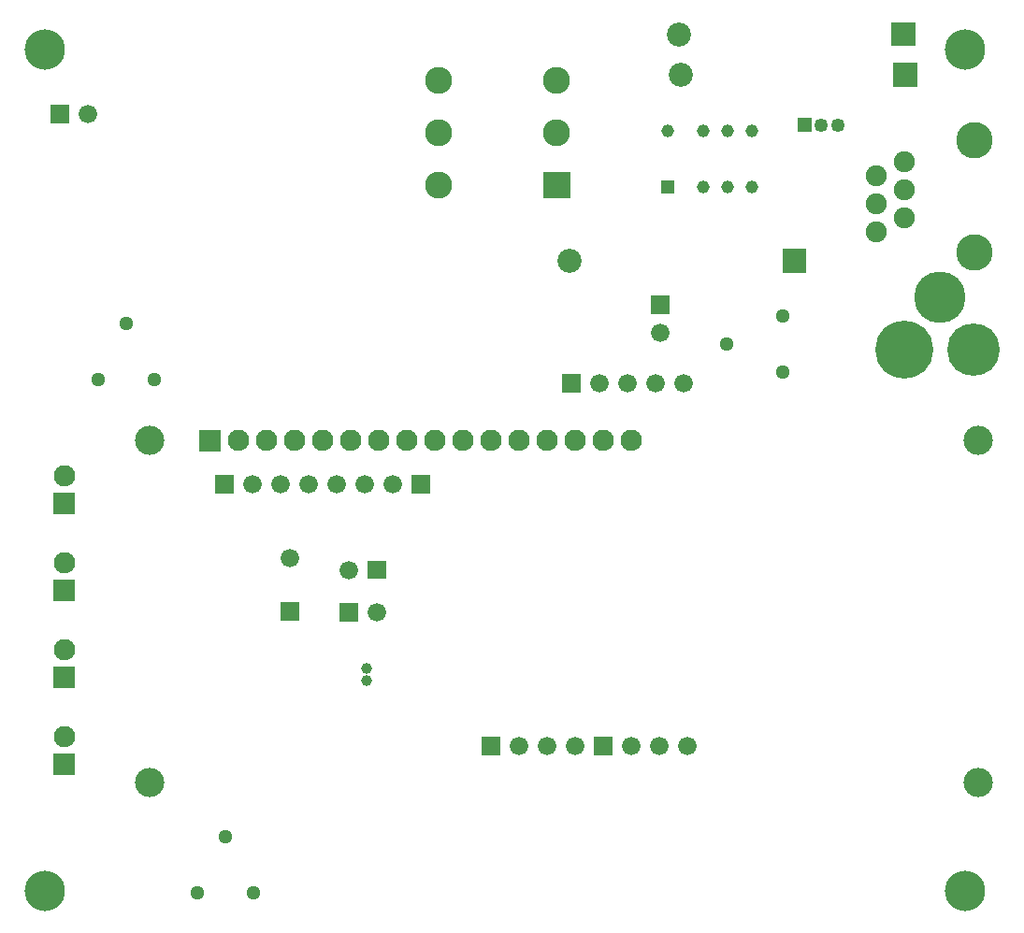
<source format=gbr>
G04 start of page 8 for group -4062 idx -4062 *
G04 Title: Balsamo, soldermask *
G04 Creator: pcb 1.99z *
G04 CreationDate: jue 24 oct 2013 15:42:49 GMT UTC *
G04 For: jalon *
G04 Format: Gerber/RS-274X *
G04 PCB-Dimensions (mil): 10000.00 10000.00 *
G04 PCB-Coordinate-Origin: lower left *
%MOIN*%
%FSLAX25Y25*%
%LNBOTTOMMASK*%
%ADD159C,0.1871*%
%ADD158C,0.1832*%
%ADD157C,0.2068*%
%ADD156C,0.0493*%
%ADD155C,0.1300*%
%ADD154C,0.0750*%
%ADD153C,0.0395*%
%ADD152C,0.0510*%
%ADD151C,0.0760*%
%ADD150C,0.0860*%
%ADD149C,0.0460*%
%ADD148C,0.0960*%
%ADD147C,0.1440*%
%ADD146C,0.1044*%
%ADD145C,0.0001*%
%ADD144C,0.0660*%
G54D144*X340000Y562500D03*
G54D145*G36*
X346700Y565800D02*Y559200D01*
X353300D01*
Y565800D01*
X346700D01*
G37*
G54D144*X360000Y562500D03*
X370000D03*
G54D145*G36*
X306700Y565800D02*Y559200D01*
X313300D01*
Y565800D01*
X306700D01*
G37*
G54D144*X320000Y562500D03*
X330000D03*
X380000D03*
G54D146*X483680Y549425D03*
G54D147*X479000Y511000D03*
G54D145*G36*
X153200Y791300D02*Y784700D01*
X159800D01*
Y791300D01*
X153200D01*
G37*
G54D147*X151000Y811000D03*
G54D144*X166500Y788000D03*
G54D148*X291551Y762542D03*
Y781242D03*
Y799942D03*
G54D145*G36*
X370739Y764064D02*Y759464D01*
X375339D01*
Y764064D01*
X370739D01*
G37*
G54D149*X373039Y781843D03*
G54D150*X338258Y735551D03*
G54D145*G36*
X367257Y723128D02*Y716528D01*
X373857D01*
Y723128D01*
X367257D01*
G37*
G54D144*X370557Y709828D03*
G54D149*X385638Y761764D03*
Y781843D03*
X394299Y761764D03*
Y781843D03*
X402961Y761764D03*
Y781843D03*
G54D145*G36*
X413958Y739851D02*Y731251D01*
X422558D01*
Y739851D01*
X413958D01*
G37*
G54D146*X188404Y549425D03*
G54D147*X151000Y511000D03*
G54D145*G36*
X154200Y559800D02*Y552200D01*
X161800D01*
Y559800D01*
X154200D01*
G37*
G54D151*X158000Y566000D03*
G54D145*G36*
X154200Y590800D02*Y583200D01*
X161800D01*
Y590800D01*
X154200D01*
G37*
G54D151*X158000Y597000D03*
G54D145*G36*
X154200Y621800D02*Y614200D01*
X161800D01*
Y621800D01*
X154200D01*
G37*
G54D151*X158000Y628000D03*
G54D145*G36*
X154200Y652800D02*Y645200D01*
X161800D01*
Y652800D01*
X154200D01*
G37*
G54D151*X158000Y659000D03*
G54D152*X225500Y510300D03*
X205500D03*
X215500Y530300D03*
G54D145*G36*
X206257Y675272D02*Y667672D01*
X213857D01*
Y675272D01*
X206257D01*
G37*
G54D146*X188404Y671472D03*
G54D152*X170058Y693251D03*
X180058Y713251D03*
X190058Y693251D03*
G54D151*X220057Y671472D03*
X230057D03*
X240057D03*
X250057D03*
X260057D03*
G54D145*G36*
X256242Y613449D02*Y606849D01*
X262842D01*
Y613449D01*
X256242D01*
G37*
G54D144*X269542Y610149D03*
G54D145*G36*
X235242Y613749D02*Y607149D01*
X241842D01*
Y613749D01*
X235242D01*
G37*
G54D153*X265719Y585855D03*
Y590185D03*
G54D145*G36*
X266042Y628649D02*Y622049D01*
X272642D01*
Y628649D01*
X266042D01*
G37*
G54D144*X259342Y625349D03*
X238542Y629649D03*
G54D145*G36*
X211700Y659300D02*Y652700D01*
X218300D01*
Y659300D01*
X211700D01*
G37*
G54D144*X225000Y656000D03*
X235000D03*
X245000D03*
X255000D03*
X265000D03*
X275000D03*
G54D145*G36*
X281700Y659300D02*Y652700D01*
X288300D01*
Y659300D01*
X281700D01*
G37*
G36*
X335542Y695049D02*Y688449D01*
X342142D01*
Y695049D01*
X335542D01*
G37*
G54D148*X333551Y799942D03*
Y781242D03*
G54D145*G36*
X328751Y767342D02*Y757742D01*
X338351D01*
Y767342D01*
X328751D01*
G37*
G54D144*X348842Y691749D03*
X358842D03*
X368842D03*
X378842D03*
G54D152*X414000Y696000D03*
X394000Y706000D03*
X414000Y716000D03*
G54D151*X270057Y671472D03*
X280057D03*
X290057D03*
X300057D03*
X310057D03*
X320057D03*
X330057D03*
X340057D03*
X350057D03*
X360057D03*
G54D146*X483680D03*
G54D154*X447500Y746000D03*
G54D155*X482500Y738500D03*
G54D154*X457500Y751000D03*
Y761000D03*
Y771000D03*
X447500Y756000D03*
Y766000D03*
G54D150*X377738Y801851D03*
G54D145*G36*
X419535Y786465D02*Y781535D01*
X424465D01*
Y786465D01*
X419535D01*
G37*
G54D156*X427906Y784000D03*
X433811D03*
G54D155*X482500Y778500D03*
G54D147*X479000Y811000D03*
G54D145*G36*
X453438Y806151D02*Y797551D01*
X462038D01*
Y806151D01*
X453438D01*
G37*
G36*
X452938Y820651D02*Y812051D01*
X461538D01*
Y820651D01*
X452938D01*
G37*
G54D150*X377238Y816351D03*
G54D157*X457591Y704000D03*
G54D158*X470189Y722504D03*
G54D159*X482000Y704000D03*
M02*

</source>
